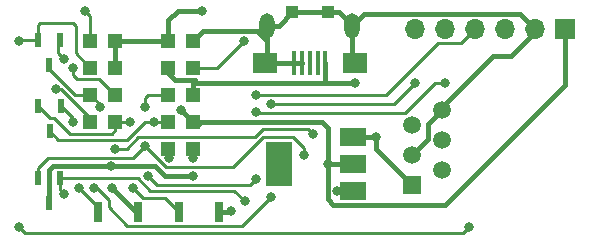
<source format=gbr>
%TF.GenerationSoftware,KiCad,Pcbnew,(5.1.9-0-10_14)*%
%TF.CreationDate,2021-03-01T21:27:09+01:00*%
%TF.ProjectId,P1_wifi,50315f77-6966-4692-9e6b-696361645f70,rev?*%
%TF.SameCoordinates,Original*%
%TF.FileFunction,Copper,L1,Top*%
%TF.FilePolarity,Positive*%
%FSLAX46Y46*%
G04 Gerber Fmt 4.6, Leading zero omitted, Abs format (unit mm)*
G04 Created by KiCad (PCBNEW (5.1.9-0-10_14)) date 2021-03-01 21:27:09*
%MOMM*%
%LPD*%
G01*
G04 APERTURE LIST*
%TA.AperFunction,SMDPad,CuDef*%
%ADD10R,0.800000X1.700000*%
%TD*%
%TA.AperFunction,SMDPad,CuDef*%
%ADD11R,0.600000X1.300000*%
%TD*%
%TA.AperFunction,SMDPad,CuDef*%
%ADD12R,2.200000X3.800000*%
%TD*%
%TA.AperFunction,SMDPad,CuDef*%
%ADD13R,2.200000X1.500000*%
%TD*%
%TA.AperFunction,SMDPad,CuDef*%
%ADD14R,1.200000X1.200000*%
%TD*%
%TA.AperFunction,ComponentPad*%
%ADD15O,1.700000X1.700000*%
%TD*%
%TA.AperFunction,ComponentPad*%
%ADD16R,1.700000X1.700000*%
%TD*%
%TA.AperFunction,SMDPad,CuDef*%
%ADD17R,0.400000X2.150000*%
%TD*%
%TA.AperFunction,SMDPad,CuDef*%
%ADD18R,1.000000X1.000000*%
%TD*%
%TA.AperFunction,ComponentPad*%
%ADD19O,1.300000X2.150000*%
%TD*%
%TA.AperFunction,ComponentPad*%
%ADD20R,2.000000X1.800000*%
%TD*%
%TA.AperFunction,ComponentPad*%
%ADD21R,1.520000X1.520000*%
%TD*%
%TA.AperFunction,ComponentPad*%
%ADD22C,1.520000*%
%TD*%
%TA.AperFunction,ViaPad*%
%ADD23C,0.812800*%
%TD*%
%TA.AperFunction,Conductor*%
%ADD24C,0.406400*%
%TD*%
%TA.AperFunction,Conductor*%
%ADD25C,0.254000*%
%TD*%
G04 APERTURE END LIST*
D10*
%TO.P,PROG1,2*%
%TO.N,GPIO0*%
X20906000Y2540000D03*
%TO.P,PROG1,1*%
%TO.N,GND*%
X24306000Y2540000D03*
%TD*%
%TO.P,RST1,2*%
%TO.N,RST*%
X14048000Y2540000D03*
%TO.P,RST1,1*%
%TO.N,GND*%
X17448000Y2540000D03*
%TD*%
D11*
%TO.P,Q1,1*%
%TO.N,RX*%
X10856000Y5368000D03*
%TO.P,Q1,2*%
%TO.N,DATA*%
X8956000Y5368000D03*
%TO.P,Q1,3*%
%TO.N,GND*%
X9906000Y3268000D03*
%TD*%
D12*
%TO.P,U2,4*%
%TO.N,N/C*%
X29362000Y6604000D03*
D13*
%TO.P,U2,1*%
%TO.N,GND*%
X35662000Y4304000D03*
%TO.P,U2,2*%
%TO.N,+3V3*%
X35662000Y6604000D03*
%TO.P,U2,3*%
%TO.N,+5V*%
X35662000Y8904000D03*
%TD*%
D14*
%TO.P,R8,1*%
%TO.N,GND*%
X22132000Y7874000D03*
%TO.P,R8,2*%
%TO.N,Net-(R8-Pad2)*%
X20032000Y7874000D03*
%TD*%
%TO.P,R7,1*%
%TO.N,GPIO0*%
X20032000Y10160000D03*
%TO.P,R7,2*%
%TO.N,+3V3*%
X22132000Y10160000D03*
%TD*%
%TO.P,R6,1*%
%TO.N,Net-(Q3-Pad1)*%
X15528000Y12446000D03*
%TO.P,R6,2*%
%TO.N,RTS*%
X13428000Y12446000D03*
%TD*%
%TO.P,R5,1*%
%TO.N,Net-(Q2-Pad1)*%
X13428000Y10160000D03*
%TO.P,R5,2*%
%TO.N,DTR*%
X15528000Y10160000D03*
%TD*%
%TO.P,R4,1*%
%TO.N,+5V*%
X20032000Y14732000D03*
%TO.P,R4,2*%
%TO.N,RX*%
X22132000Y14732000D03*
%TD*%
%TO.P,R3,1*%
%TO.N,Net-(R3-Pad1)*%
X13428000Y17018000D03*
%TO.P,R3,2*%
%TO.N,+3V3*%
X15528000Y17018000D03*
%TD*%
%TO.P,R2,1*%
%TO.N,RST*%
X13428000Y14732000D03*
%TO.P,R2,2*%
%TO.N,+3V3*%
X15528000Y14732000D03*
%TD*%
%TO.P,R1,1*%
%TO.N,+5V*%
X22132000Y12446000D03*
%TO.P,R1,2*%
%TO.N,DATA*%
X20032000Y12446000D03*
%TD*%
D11*
%TO.P,Q3,1*%
%TO.N,Net-(Q3-Pad1)*%
X10922000Y11464000D03*
%TO.P,Q3,2*%
%TO.N,DTR*%
X9022000Y11464000D03*
%TO.P,Q3,3*%
%TO.N,GPIO0*%
X9972000Y9364000D03*
%TD*%
%TO.P,Q2,1*%
%TO.N,Net-(Q2-Pad1)*%
X10856000Y17086000D03*
%TO.P,Q2,2*%
%TO.N,RST*%
X8956000Y17086000D03*
%TO.P,Q2,3*%
%TO.N,RTS*%
X9906000Y14986000D03*
%TD*%
D15*
%TO.P,J3,6*%
%TO.N,RTS*%
X40894000Y18034000D03*
%TO.P,J3,5*%
%TO.N,DTR*%
X43434000Y18034000D03*
%TO.P,J3,4*%
%TO.N,RX*%
X45974000Y18034000D03*
%TO.P,J3,3*%
%TO.N,TX*%
X48514000Y18034000D03*
%TO.P,J3,2*%
%TO.N,GND*%
X51054000Y18034000D03*
D16*
%TO.P,J3,1*%
%TO.N,+3V3*%
X53594000Y18034000D03*
%TD*%
D17*
%TO.P,J2,5*%
%TO.N,GND*%
X30704000Y15128000D03*
%TO.P,J2,4*%
X31354000Y15128000D03*
%TO.P,J2,3*%
%TO.N,Net-(J2-Pad3)*%
X32004000Y15128000D03*
%TO.P,J2,2*%
%TO.N,Net-(J2-Pad2)*%
X32654000Y15128000D03*
D18*
%TO.P,J2,SH*%
%TO.N,GND*%
X30504000Y19438000D03*
D19*
X28404000Y18288000D03*
D20*
X28204000Y15128000D03*
D19*
X35604000Y18288000D03*
D20*
X35804000Y15128000D03*
D17*
%TO.P,J2,1*%
%TO.N,+5V*%
X33304000Y15128000D03*
D18*
%TO.P,J2,SH*%
%TO.N,GND*%
X33504000Y19438000D03*
%TD*%
D21*
%TO.P,J1,1*%
%TO.N,+5V*%
X40640000Y4826000D03*
D22*
%TO.P,J1,2*%
X43180000Y6096000D03*
%TO.P,J1,3*%
%TO.N,GND*%
X40640000Y7366000D03*
%TO.P,J1,4*%
%TO.N,Net-(J1-Pad4)*%
X43180000Y8636000D03*
%TO.P,J1,5*%
%TO.N,DATA*%
X40640000Y9906000D03*
%TO.P,J1,6*%
%TO.N,GND*%
X43180000Y11176000D03*
%TD*%
D14*
%TO.P,C1,1*%
%TO.N,+3V3*%
X20032000Y17018000D03*
%TO.P,C1,2*%
%TO.N,GND*%
X22132000Y17018000D03*
%TD*%
D23*
%TO.N,GND*%
X34340822Y4318000D03*
X15240000Y4572000D03*
X15165599Y6375400D03*
X25340644Y2599356D03*
X22098000Y7111998D03*
X22098000Y5588000D03*
%TO.N,+5V*%
X35814000Y13462000D03*
X37606001Y8904001D03*
%TO.N,+3V3*%
X21081997Y11176003D03*
X33527986Y6604000D03*
X22860000Y19558000D03*
%TO.N,DATA*%
X18034000Y11430000D03*
X31496000Y7366000D03*
X18034000Y8128000D03*
%TO.N,RTS*%
X14224000Y11430000D03*
X40894000Y13462000D03*
X28702000Y11684006D03*
X28701998Y3810000D03*
X13715978Y4572000D03*
%TO.N,DTR*%
X16764000Y10160000D03*
X27432000Y5334000D03*
X43433992Y13462000D03*
X27432000Y10972810D03*
X18288002Y5588002D03*
%TO.N,RX*%
X26416000Y17018000D03*
X11176006Y4064000D03*
X27432000Y12446000D03*
X26505068Y3412157D03*
%TO.N,TX*%
X45466000Y1270000D03*
X7366000Y1270000D03*
%TO.N,Net-(Q2-Pad1)*%
X10528508Y12951559D03*
X11176000Y15494000D03*
%TO.N,RST*%
X12446000Y4572000D03*
X7366000Y17018000D03*
%TO.N,Net-(Q3-Pad1)*%
X11938000Y10160000D03*
X11938000Y14732000D03*
%TO.N,GPIO0*%
X18796000Y10160000D03*
X17018000Y4572000D03*
%TO.N,Net-(R3-Pad1)*%
X12953995Y19558001D03*
%TO.N,Net-(R8-Pad2)*%
X20091557Y7112167D03*
%TO.N,LED_DIN*%
X32258000Y9144000D03*
X15494000Y7874000D03*
%TD*%
D24*
%TO.N,GND*%
X31354000Y15128000D02*
X30704000Y15128000D01*
X30704000Y15128000D02*
X28404000Y15128000D01*
X29354000Y18288000D02*
X30504000Y19438000D01*
X28404000Y18288000D02*
X29354000Y18288000D01*
X30504000Y19438000D02*
X33504000Y19438000D01*
X34454000Y19438000D02*
X35604000Y18288000D01*
X33504000Y19438000D02*
X34454000Y19438000D01*
X35604000Y15128000D02*
X35604000Y18288000D01*
X49797599Y19290401D02*
X51054000Y18034000D01*
X36606401Y19290401D02*
X49797599Y19290401D01*
X35604000Y18288000D02*
X36606401Y19290401D01*
X42013599Y10009599D02*
X43180000Y11176000D01*
X42013599Y8739599D02*
X42013599Y10009599D01*
X40640000Y7366000D02*
X42013599Y8739599D01*
X51054000Y17780000D02*
X51054000Y18034000D01*
X49022000Y15748000D02*
X51054000Y17780000D01*
X43180000Y11430000D02*
X47498000Y15748000D01*
X47498000Y15748000D02*
X49022000Y15748000D01*
X43180000Y11176000D02*
X43180000Y11430000D01*
X28404000Y16974000D02*
X28404000Y18288000D01*
X28404000Y15128000D02*
X28404000Y16974000D01*
X22132000Y17018000D02*
X22944804Y17830804D01*
X22944804Y17830804D02*
X27547196Y17830804D01*
X27547196Y17830804D02*
X28404000Y16974000D01*
X34354822Y4304000D02*
X34340822Y4318000D01*
X35662000Y4304000D02*
X34354822Y4304000D01*
X17272000Y2540000D02*
X15240000Y4572000D01*
X17448000Y2540000D02*
X17272000Y2540000D01*
X25281288Y2540000D02*
X25340644Y2599356D01*
X24306000Y2540000D02*
X25281288Y2540000D01*
X22132000Y7145998D02*
X22098000Y7111998D01*
X22132000Y7874000D02*
X22132000Y7145998D01*
X9906000Y3268000D02*
X9906000Y6099522D01*
X10230879Y6424401D02*
X18908545Y6424401D01*
X9906000Y6099522D02*
X10230879Y6424401D01*
X18908545Y6424401D02*
X19744946Y5588000D01*
X19744946Y5588000D02*
X22098000Y5588000D01*
%TO.N,+5V*%
X20608000Y13682000D02*
X22318000Y13682000D01*
X20032000Y14258000D02*
X20608000Y13682000D01*
X20032000Y14732000D02*
X20032000Y14258000D01*
X22132000Y13682000D02*
X22318000Y13682000D01*
X22132000Y12446000D02*
X22132000Y13682000D01*
X35814000Y13462000D02*
X33782000Y13462000D01*
X33304000Y13462000D02*
X33782000Y13462000D01*
X33304000Y15128000D02*
X33304000Y13462000D01*
X22352000Y13462000D02*
X33782000Y13462000D01*
X22132000Y13682000D02*
X22352000Y13462000D01*
X35662000Y8904000D02*
X37168401Y8904001D01*
X40640000Y4826000D02*
X37606001Y7859999D01*
X37168401Y8904001D02*
X37606001Y8904001D01*
X37606001Y7859999D02*
X37606001Y8904001D01*
%TO.N,+3V3*%
X15528000Y17018000D02*
X15528000Y14732000D01*
X15528000Y17018000D02*
X20032000Y17018000D01*
X21115997Y11176003D02*
X21081997Y11176003D01*
X22132000Y10160000D02*
X21115997Y11176003D01*
X35662000Y6604000D02*
X33527986Y6604000D01*
X53594000Y18034000D02*
X53594000Y13271408D01*
X43470191Y3147599D02*
X34003455Y3147599D01*
X33527986Y3623068D02*
X33527986Y6604000D01*
X34003455Y3147599D02*
X33527986Y3623068D01*
X53594000Y13271408D02*
X43470191Y3147599D01*
X33527986Y9652014D02*
X33527986Y6604000D01*
X33020000Y10160000D02*
X33527986Y9652014D01*
X22132000Y10160000D02*
X22436805Y9855195D01*
X22775610Y10160000D02*
X33020000Y10160000D01*
X22436805Y9821195D02*
X22775610Y10160000D01*
X22436805Y9855195D02*
X22436805Y9821195D01*
X20828000Y19558000D02*
X22860000Y19558000D01*
X20032000Y18762000D02*
X20828000Y19558000D01*
X20032000Y17018000D02*
X20032000Y18762000D01*
D25*
%TO.N,DATA*%
X18034000Y12192000D02*
X18034000Y11430000D01*
X18288000Y12446000D02*
X18034000Y12192000D01*
X20032000Y12446000D02*
X18288000Y12446000D01*
X8956000Y5368000D02*
X8956000Y6272000D01*
X17018003Y7112003D02*
X18034000Y8128000D01*
X8956000Y6272000D02*
X9796003Y7112003D01*
X9796003Y7112003D02*
X17018003Y7112003D01*
X19812000Y6350000D02*
X18034000Y8128000D01*
X25513638Y6350000D02*
X19812000Y6350000D01*
X27997839Y8834201D02*
X25513638Y6350000D01*
X30602535Y8834201D02*
X27997839Y8834201D01*
X31496000Y7940736D02*
X30602535Y8834201D01*
X31496000Y7366000D02*
X31496000Y7940736D01*
%TO.N,RTS*%
X14224000Y11650000D02*
X13428000Y12446000D01*
X14224000Y11430000D02*
X14224000Y11650000D01*
X39116006Y11684006D02*
X28702000Y11684006D01*
X40894000Y13462000D02*
X39116006Y11684006D01*
X13969989Y4572000D02*
X13715978Y4572000D01*
X16529839Y1359799D02*
X14986000Y2903638D01*
X26251797Y1359799D02*
X16529839Y1359799D01*
X14986000Y3555989D02*
X13969989Y4572000D01*
X14986000Y2903638D02*
X14986000Y3555989D01*
X28701998Y3810000D02*
X26251797Y1359799D01*
X12130955Y12446000D02*
X13428000Y12446000D01*
X9906000Y14986000D02*
X9906000Y14670955D01*
X9906000Y14670955D02*
X12130955Y12446000D01*
%TO.N,DTR*%
X15528000Y10160000D02*
X16764000Y10160000D01*
X40065262Y10921998D02*
X27482812Y10921998D01*
X43433992Y13462000D02*
X42605264Y13462000D01*
X42605264Y13462000D02*
X40065262Y10921998D01*
X27482812Y10921998D02*
X27432000Y10972810D01*
X15528000Y9432000D02*
X15528000Y10160000D01*
X11658819Y9144000D02*
X15240000Y9144000D01*
X15240000Y9144000D02*
X15528000Y9432000D01*
X10319020Y10483799D02*
X11658819Y9144000D01*
X10002201Y10483799D02*
X10319020Y10483799D01*
X9022000Y11464000D02*
X10002201Y10483799D01*
X19050004Y4826000D02*
X18288002Y5588002D01*
X26924000Y4826000D02*
X19050004Y4826000D01*
X27432000Y5334000D02*
X26924000Y4826000D01*
%TO.N,RX*%
X24130000Y14732000D02*
X26416000Y17018000D01*
X22132000Y14732000D02*
X24130000Y14732000D01*
X10856000Y5368000D02*
X10856000Y4384006D01*
X10856000Y4384006D02*
X11176006Y4064000D01*
X38459704Y12446000D02*
X27432000Y12446000D01*
X42867503Y16853799D02*
X38459704Y12446000D01*
X44793799Y16853799D02*
X42867503Y16853799D01*
X45974000Y18034000D02*
X44793799Y16853799D01*
X25599225Y4318000D02*
X26505068Y3412157D01*
X18467830Y4318000D02*
X25599225Y4318000D01*
X17417830Y5368000D02*
X18467830Y4318000D01*
X10856000Y5368000D02*
X17417830Y5368000D01*
%TO.N,TX*%
X44958000Y762000D02*
X7874000Y762000D01*
X7874000Y762000D02*
X7366000Y1270000D01*
X45466000Y1270000D02*
X44958000Y762000D01*
%TO.N,Net-(Q2-Pad1)*%
X13428000Y10475181D02*
X13428000Y10160000D01*
X10978803Y12951559D02*
X10528508Y12951559D01*
X13428000Y10502362D02*
X10978803Y12951559D01*
X13428000Y10160000D02*
X13428000Y10502362D01*
X11176000Y15494000D02*
X10668000Y16002000D01*
X10668000Y16002000D02*
X10668000Y16510000D01*
%TO.N,RST*%
X14048000Y2970000D02*
X12446000Y4572000D01*
X14048000Y2540000D02*
X14048000Y2970000D01*
X8956000Y17086000D02*
X7434000Y17086000D01*
X7434000Y17086000D02*
X7366000Y17018000D01*
X12192000Y15968000D02*
X13428000Y14732000D01*
X11938000Y18542000D02*
X12192000Y18288000D01*
X9144000Y18542000D02*
X11938000Y18542000D01*
X8956000Y18354000D02*
X9144000Y18542000D01*
X12192000Y18288000D02*
X12192000Y15968000D01*
X8956000Y17086000D02*
X8956000Y18354000D01*
%TO.N,Net-(Q3-Pad1)*%
X11938000Y10448000D02*
X11938000Y10160000D01*
X10922000Y11464000D02*
X11938000Y10448000D01*
X11938000Y14157264D02*
X11938000Y14732000D01*
X15528000Y12446000D02*
X14172201Y13801799D01*
X14172201Y13801799D02*
X12293465Y13801799D01*
X12293465Y13801799D02*
X11938000Y14157264D01*
%TO.N,GPIO0*%
X20032000Y10160000D02*
X18796000Y10160000D01*
X17869799Y3720201D02*
X17018000Y4572000D01*
X19725799Y3720201D02*
X17869799Y3720201D01*
X20906000Y2540000D02*
X19725799Y3720201D01*
X16510000Y8636000D02*
X18034000Y10160000D01*
X10700000Y8636000D02*
X16510000Y8636000D01*
X18034000Y10160000D02*
X18796000Y10160000D01*
X9972000Y9364000D02*
X10700000Y8636000D01*
%TO.N,Net-(R3-Pad1)*%
X13428000Y17018000D02*
X13428000Y19083996D01*
X13428000Y19083996D02*
X12953995Y19558001D01*
%TO.N,Net-(R8-Pad2)*%
X20032000Y7171724D02*
X20091557Y7112167D01*
X20032000Y7874000D02*
X20032000Y7171724D01*
%TO.N,LED_DIN*%
X27381647Y8864601D02*
X17488011Y8864601D01*
X28067445Y9550399D02*
X27381647Y8864601D01*
X16497410Y7874000D02*
X15494000Y7874000D01*
X31851601Y9550399D02*
X28067445Y9550399D01*
X17488011Y8864601D02*
X16497410Y7874000D01*
X32258000Y9144000D02*
X31851601Y9550399D01*
%TD*%
M02*

</source>
